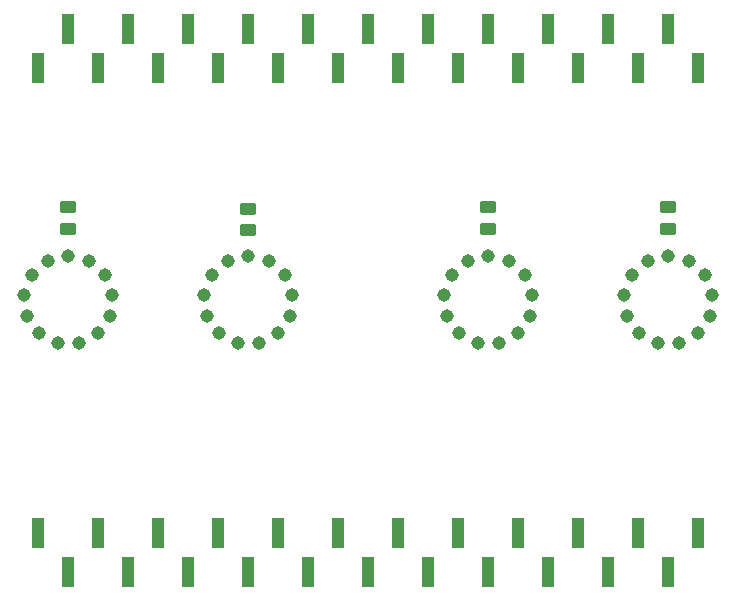
<source format=gbr>
%TF.GenerationSoftware,KiCad,Pcbnew,7.0.5*%
%TF.CreationDate,2023-07-02T13:32:01-04:00*%
%TF.ProjectId,Nixie Clock,4e697869-6520-4436-9c6f-636b2e6b6963,rev?*%
%TF.SameCoordinates,Original*%
%TF.FileFunction,Soldermask,Bot*%
%TF.FilePolarity,Negative*%
%FSLAX46Y46*%
G04 Gerber Fmt 4.6, Leading zero omitted, Abs format (unit mm)*
G04 Created by KiCad (PCBNEW 7.0.5) date 2023-07-02 13:32:01*
%MOMM*%
%LPD*%
G01*
G04 APERTURE LIST*
G04 Aperture macros list*
%AMRoundRect*
0 Rectangle with rounded corners*
0 $1 Rounding radius*
0 $2 $3 $4 $5 $6 $7 $8 $9 X,Y pos of 4 corners*
0 Add a 4 corners polygon primitive as box body*
4,1,4,$2,$3,$4,$5,$6,$7,$8,$9,$2,$3,0*
0 Add four circle primitives for the rounded corners*
1,1,$1+$1,$2,$3*
1,1,$1+$1,$4,$5*
1,1,$1+$1,$6,$7*
1,1,$1+$1,$8,$9*
0 Add four rect primitives between the rounded corners*
20,1,$1+$1,$2,$3,$4,$5,0*
20,1,$1+$1,$4,$5,$6,$7,0*
20,1,$1+$1,$6,$7,$8,$9,0*
20,1,$1+$1,$8,$9,$2,$3,0*%
G04 Aperture macros list end*
%ADD10RoundRect,0.250000X0.450000X-0.262500X0.450000X0.262500X-0.450000X0.262500X-0.450000X-0.262500X0*%
%ADD11C,1.137920*%
%ADD12R,1.000000X2.510000*%
G04 APERTURE END LIST*
D10*
%TO.C,R4*%
X203200000Y-77747500D03*
X203200000Y-75922500D03*
%TD*%
%TO.C,R3*%
X187960000Y-77747500D03*
X187960000Y-75922500D03*
%TD*%
%TO.C,R2*%
X167640000Y-77874500D03*
X167640000Y-76049500D03*
%TD*%
%TO.C,R1*%
X152400000Y-77747500D03*
X152400000Y-75922500D03*
%TD*%
D11*
%TO.C,IN2*%
X169382440Y-80497680D03*
X165897560Y-80497680D03*
X170129200Y-86629240D03*
X163913820Y-83367880D03*
X165150800Y-86629240D03*
X166743380Y-87464900D03*
X168536620Y-87464900D03*
X164551360Y-81688940D03*
X171366180Y-83367880D03*
X170728640Y-81688940D03*
X167640000Y-80065880D03*
X171150280Y-85150960D03*
X164129720Y-85150960D03*
%TD*%
%TO.C,IN1*%
X154142440Y-80497680D03*
X150657560Y-80497680D03*
X154889200Y-86629240D03*
X148673820Y-83367880D03*
X149910800Y-86629240D03*
X151503380Y-87464900D03*
X153296620Y-87464900D03*
X149311360Y-81688940D03*
X156126180Y-83367880D03*
X155488640Y-81688940D03*
X152400000Y-80065880D03*
X155910280Y-85150960D03*
X148889720Y-85150960D03*
%TD*%
%TO.C,IN4*%
X204942440Y-80497680D03*
X201457560Y-80497680D03*
X205689200Y-86629240D03*
X199473820Y-83367880D03*
X200710800Y-86629240D03*
X202303380Y-87464900D03*
X204096620Y-87464900D03*
X200111360Y-81688940D03*
X206926180Y-83367880D03*
X206288640Y-81688940D03*
X203200000Y-80065880D03*
X206710280Y-85150960D03*
X199689720Y-85150960D03*
%TD*%
%TO.C,IN3*%
X189702440Y-80497680D03*
X186217560Y-80497680D03*
X190449200Y-86629240D03*
X184233820Y-83367880D03*
X185470800Y-86629240D03*
X187063380Y-87464900D03*
X188856620Y-87464900D03*
X184871360Y-81688940D03*
X191686180Y-83367880D03*
X191048640Y-81688940D03*
X187960000Y-80065880D03*
X191470280Y-85150960D03*
X184449720Y-85150960D03*
%TD*%
D12*
%TO.C,J1*%
X205740000Y-64139000D03*
X203200000Y-60829000D03*
X200660000Y-64139000D03*
X198120000Y-60829000D03*
X195580000Y-64139000D03*
X193040000Y-60829000D03*
X190500000Y-64139000D03*
X187960000Y-60829000D03*
X185420000Y-64139000D03*
X182880000Y-60829000D03*
X180340000Y-64139000D03*
X177800000Y-60829000D03*
X175260000Y-64139000D03*
X172720000Y-60829000D03*
X170180000Y-64139000D03*
X167640000Y-60829000D03*
X165100000Y-64139000D03*
X162560000Y-60829000D03*
X160020000Y-64139000D03*
X157480000Y-60829000D03*
X154940000Y-64139000D03*
X152400000Y-60829000D03*
X149860000Y-64139000D03*
%TD*%
%TO.C,J2*%
X149860000Y-103501000D03*
X152400000Y-106811000D03*
X154940000Y-103501000D03*
X157480000Y-106811000D03*
X160020000Y-103501000D03*
X162560000Y-106811000D03*
X165100000Y-103501000D03*
X167640000Y-106811000D03*
X170180000Y-103501000D03*
X172720000Y-106811000D03*
X175260000Y-103501000D03*
X177800000Y-106811000D03*
X180340000Y-103501000D03*
X182880000Y-106811000D03*
X185420000Y-103501000D03*
X187960000Y-106811000D03*
X190500000Y-103501000D03*
X193040000Y-106811000D03*
X195580000Y-103501000D03*
X198120000Y-106811000D03*
X200660000Y-103501000D03*
X203200000Y-106811000D03*
X205740000Y-103501000D03*
%TD*%
M02*

</source>
